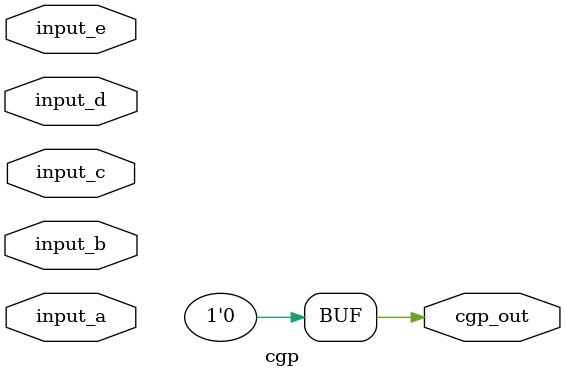
<source format=v>
module cgp(input [2:0] input_a, input [2:0] input_b, input [2:0] input_c, input [2:0] input_d, input [2:0] input_e, output [0:0] cgp_out);
  wire cgp_core_017;
  wire cgp_core_019;
  wire cgp_core_020;
  wire cgp_core_026;
  wire cgp_core_027;
  wire cgp_core_028_not;
  wire cgp_core_037;
  wire cgp_core_038;
  wire cgp_core_039;
  wire cgp_core_040;
  wire cgp_core_041;
  wire cgp_core_042;
  wire cgp_core_045;
  wire cgp_core_046;
  wire cgp_core_049;
  wire cgp_core_050;
  wire cgp_core_051;
  wire cgp_core_052;
  wire cgp_core_054_not;
  wire cgp_core_055;
  wire cgp_core_058;
  wire cgp_core_060;
  wire cgp_core_065;
  wire cgp_core_066;
  wire cgp_core_068;
  wire cgp_core_069;
  wire cgp_core_071;
  wire cgp_core_076;
  wire cgp_core_077;
  wire cgp_core_079;

  assign cgp_core_017 = input_a[1] & input_b[2];
  assign cgp_core_019 = input_e[0] ^ input_c[2];
  assign cgp_core_020 = ~(input_b[0] & input_d[0]);
  assign cgp_core_026 = ~(input_e[0] & input_c[2]);
  assign cgp_core_027 = input_e[2] & input_b[2];
  assign cgp_core_028_not = ~input_d[1];
  assign cgp_core_037 = input_a[1] ^ input_e[1];
  assign cgp_core_038 = ~(input_a[1] ^ input_b[0]);
  assign cgp_core_039 = ~(input_c[1] ^ input_b[0]);
  assign cgp_core_040 = input_a[2] & input_a[1];
  assign cgp_core_041 = input_a[2] ^ input_d[1];
  assign cgp_core_042 = ~(input_a[1] & input_a[2]);
  assign cgp_core_045 = ~input_c[0];
  assign cgp_core_046 = input_a[1] & input_c[0];
  assign cgp_core_049 = ~(input_c[2] | input_a[0]);
  assign cgp_core_050 = ~input_b[2];
  assign cgp_core_051 = input_c[1] | input_c[0];
  assign cgp_core_052 = ~input_c[0];
  assign cgp_core_054_not = ~input_d[0];
  assign cgp_core_055 = input_a[0] ^ input_d[2];
  assign cgp_core_058 = ~input_d[2];
  assign cgp_core_060 = input_d[2] ^ input_b[1];
  assign cgp_core_065 = ~input_c[0];
  assign cgp_core_066 = ~(input_d[0] & input_e[0]);
  assign cgp_core_068 = input_d[1] | input_a[2];
  assign cgp_core_069 = input_b[1] & input_c[2];
  assign cgp_core_071 = ~input_b[2];
  assign cgp_core_076 = ~input_b[0];
  assign cgp_core_077 = ~(input_e[1] & input_b[0]);
  assign cgp_core_079 = input_d[2] | input_b[2];

  assign cgp_out[0] = 1'b0;
endmodule
</source>
